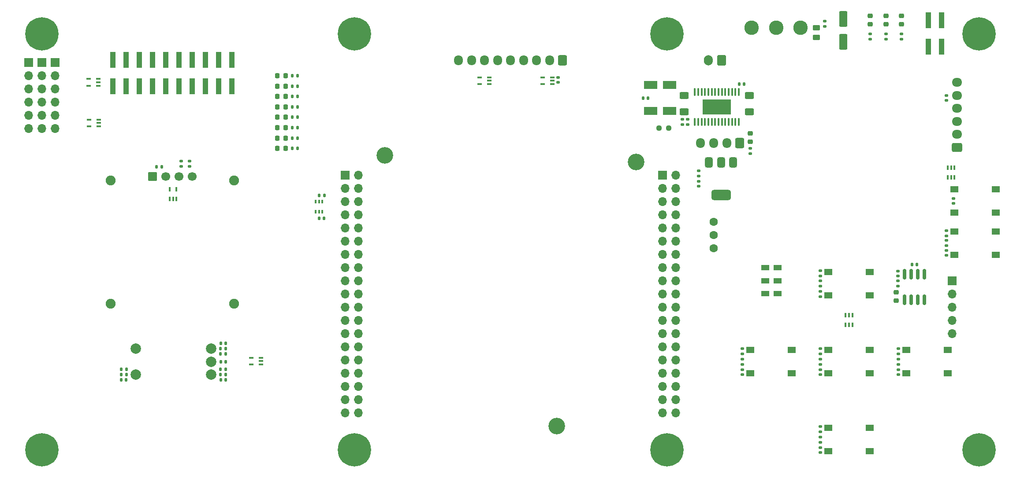
<source format=gbr>
%TF.GenerationSoftware,KiCad,Pcbnew,8.0.0-8.0.0-1~ubuntu22.04.1*%
%TF.CreationDate,2024-03-21T09:18:37+01:00*%
%TF.ProjectId,uC_TP_Boussole_mb,75435f54-505f-4426-9f75-73736f6c655f,rev?*%
%TF.SameCoordinates,Original*%
%TF.FileFunction,Soldermask,Top*%
%TF.FilePolarity,Negative*%
%FSLAX46Y46*%
G04 Gerber Fmt 4.6, Leading zero omitted, Abs format (unit mm)*
G04 Created by KiCad (PCBNEW 8.0.0-8.0.0-1~ubuntu22.04.1) date 2024-03-21 09:18:37*
%MOMM*%
%LPD*%
G01*
G04 APERTURE LIST*
G04 Aperture macros list*
%AMRoundRect*
0 Rectangle with rounded corners*
0 $1 Rounding radius*
0 $2 $3 $4 $5 $6 $7 $8 $9 X,Y pos of 4 corners*
0 Add a 4 corners polygon primitive as box body*
4,1,4,$2,$3,$4,$5,$6,$7,$8,$9,$2,$3,0*
0 Add four circle primitives for the rounded corners*
1,1,$1+$1,$2,$3*
1,1,$1+$1,$4,$5*
1,1,$1+$1,$6,$7*
1,1,$1+$1,$8,$9*
0 Add four rect primitives between the rounded corners*
20,1,$1+$1,$2,$3,$4,$5,0*
20,1,$1+$1,$4,$5,$6,$7,0*
20,1,$1+$1,$6,$7,$8,$9,0*
20,1,$1+$1,$8,$9,$2,$3,0*%
G04 Aperture macros list end*
%ADD10C,1.900000*%
%ADD11RoundRect,0.170000X-0.680000X-0.680000X0.680000X-0.680000X0.680000X0.680000X-0.680000X0.680000X0*%
%ADD12C,1.700000*%
%ADD13RoundRect,0.135000X0.135000X0.185000X-0.135000X0.185000X-0.135000X-0.185000X0.135000X-0.185000X0*%
%ADD14C,6.400000*%
%ADD15RoundRect,0.100000X-0.325000X0.100000X-0.325000X-0.100000X0.325000X-0.100000X0.325000X0.100000X0*%
%ADD16RoundRect,0.140000X0.140000X0.170000X-0.140000X0.170000X-0.140000X-0.170000X0.140000X-0.170000X0*%
%ADD17RoundRect,0.135000X0.185000X-0.135000X0.185000X0.135000X-0.185000X0.135000X-0.185000X-0.135000X0*%
%ADD18RoundRect,0.218750X-0.218750X-0.256250X0.218750X-0.256250X0.218750X0.256250X-0.218750X0.256250X0*%
%ADD19RoundRect,0.140000X0.170000X-0.140000X0.170000X0.140000X-0.170000X0.140000X-0.170000X-0.140000X0*%
%ADD20R,1.550000X1.300000*%
%ADD21RoundRect,0.100000X-0.100000X-0.325000X0.100000X-0.325000X0.100000X0.325000X-0.100000X0.325000X0*%
%ADD22RoundRect,0.250000X0.600000X0.725000X-0.600000X0.725000X-0.600000X-0.725000X0.600000X-0.725000X0*%
%ADD23O,1.700000X1.950000*%
%ADD24RoundRect,0.135000X-0.185000X0.135000X-0.185000X-0.135000X0.185000X-0.135000X0.185000X0.135000X0*%
%ADD25R,1.700000X1.700000*%
%ADD26O,1.700000X1.700000*%
%ADD27RoundRect,0.218750X-0.256250X0.218750X-0.256250X-0.218750X0.256250X-0.218750X0.256250X0.218750X0*%
%ADD28RoundRect,0.218750X0.256250X-0.218750X0.256250X0.218750X-0.256250X0.218750X-0.256250X-0.218750X0*%
%ADD29RoundRect,0.250000X-1.050000X-0.550000X1.050000X-0.550000X1.050000X0.550000X-1.050000X0.550000X0*%
%ADD30RoundRect,0.150000X-0.150000X0.825000X-0.150000X-0.825000X0.150000X-0.825000X0.150000X0.825000X0*%
%ADD31RoundRect,0.100000X0.100000X0.325000X-0.100000X0.325000X-0.100000X-0.325000X0.100000X-0.325000X0*%
%ADD32RoundRect,0.140000X-0.170000X0.140000X-0.170000X-0.140000X0.170000X-0.140000X0.170000X0.140000X0*%
%ADD33R,1.600000X1.000000*%
%ADD34C,2.000000*%
%ADD35C,1.600000*%
%ADD36RoundRect,0.250000X0.600000X0.750000X-0.600000X0.750000X-0.600000X-0.750000X0.600000X-0.750000X0*%
%ADD37O,1.700000X2.000000*%
%ADD38C,3.200000*%
%ADD39RoundRect,0.250000X0.725000X-0.600000X0.725000X0.600000X-0.725000X0.600000X-0.725000X-0.600000X0*%
%ADD40O,1.950000X1.700000*%
%ADD41RoundRect,0.375000X-0.375000X0.625000X-0.375000X-0.625000X0.375000X-0.625000X0.375000X0.625000X0*%
%ADD42RoundRect,0.500000X-1.400000X0.500000X-1.400000X-0.500000X1.400000X-0.500000X1.400000X0.500000X0*%
%ADD43R,1.000000X3.150000*%
%ADD44RoundRect,0.250000X0.625000X-0.400000X0.625000X0.400000X-0.625000X0.400000X-0.625000X-0.400000X0*%
%ADD45RoundRect,0.100000X0.100000X-0.225000X0.100000X0.225000X-0.100000X0.225000X-0.100000X-0.225000X0*%
%ADD46RoundRect,0.250000X-0.450000X0.262500X-0.450000X-0.262500X0.450000X-0.262500X0.450000X0.262500X0*%
%ADD47RoundRect,0.250000X-0.550000X1.250000X-0.550000X-1.250000X0.550000X-1.250000X0.550000X1.250000X0*%
%ADD48RoundRect,0.135000X-0.135000X-0.185000X0.135000X-0.185000X0.135000X0.185000X-0.135000X0.185000X0*%
%ADD49RoundRect,0.237500X0.250000X0.237500X-0.250000X0.237500X-0.250000X-0.237500X0.250000X-0.237500X0*%
%ADD50C,2.775000*%
%ADD51RoundRect,0.140000X-0.140000X-0.170000X0.140000X-0.170000X0.140000X0.170000X-0.140000X0.170000X0*%
%ADD52RoundRect,0.100000X0.100000X-0.637500X0.100000X0.637500X-0.100000X0.637500X-0.100000X-0.637500X0*%
%ADD53R,5.400000X2.850000*%
G04 APERTURE END LIST*
D10*
%TO.C,J801*%
X68150000Y-83150000D03*
X68150000Y-106850000D03*
X91850000Y-83150000D03*
X91850000Y-106850000D03*
D11*
X76190000Y-82370000D03*
D12*
X78730000Y-82370000D03*
X81270000Y-82370000D03*
X83810000Y-82370000D03*
%TD*%
D13*
%TO.C,R507*%
X104110000Y-75000000D03*
X103090000Y-75000000D03*
%TD*%
D14*
%TO.C,H105*%
X235000000Y-135000000D03*
%TD*%
D15*
%TO.C,D501*%
X65800000Y-64925000D03*
X65800000Y-64275000D03*
X65800000Y-63625000D03*
X63950000Y-63625000D03*
X63950000Y-64925000D03*
%TD*%
D16*
%TO.C,C202*%
X171400000Y-67350000D03*
X170440000Y-67350000D03*
%TD*%
D14*
%TO.C,H102*%
X115000000Y-55000000D03*
%TD*%
D17*
%TO.C,R404*%
X220100000Y-56010000D03*
X220100000Y-54990000D03*
%TD*%
D18*
%TO.C,D505*%
X100212500Y-69000000D03*
X101787500Y-69000000D03*
%TD*%
D19*
%TO.C,C403*%
X181100000Y-84280000D03*
X181100000Y-83320000D03*
%TD*%
D20*
%TO.C,SW302*%
X230225000Y-84850000D03*
X238175000Y-84850000D03*
X230225000Y-89350000D03*
X238175000Y-89350000D03*
%TD*%
D21*
%TO.C,D511*%
X210650000Y-109075000D03*
X210000000Y-109075000D03*
X209350000Y-109075000D03*
X209350000Y-110925000D03*
X210000000Y-110925000D03*
X210650000Y-110925000D03*
%TD*%
D22*
%TO.C,J701*%
X155000000Y-60000000D03*
D23*
X152500000Y-60000000D03*
X150000000Y-60000000D03*
X147500000Y-60000000D03*
X145000000Y-60000000D03*
X142500000Y-60000000D03*
X140000000Y-60000000D03*
X137500000Y-60000000D03*
X135000000Y-60000000D03*
%TD*%
D16*
%TO.C,C901*%
X90280000Y-121500000D03*
X89320000Y-121500000D03*
%TD*%
D17*
%TO.C,R802*%
X83300000Y-80410000D03*
X83300000Y-79390000D03*
%TD*%
%TO.C,R402*%
X214100000Y-56010000D03*
X214100000Y-54990000D03*
%TD*%
%TO.C,R512*%
X204510000Y-118510000D03*
X204510000Y-117490000D03*
%TD*%
D24*
%TO.C,R204*%
X191000000Y-76980000D03*
X191000000Y-78000000D03*
%TD*%
D18*
%TO.C,D508*%
X100212500Y-75000000D03*
X101787500Y-75000000D03*
%TD*%
D25*
%TO.C,J502*%
X55000000Y-60500000D03*
D26*
X55000000Y-63040000D03*
X55000000Y-65580000D03*
X55000000Y-68120000D03*
X55000000Y-70660000D03*
X55000000Y-73200000D03*
%TD*%
D27*
%TO.C,D401*%
X214100000Y-51512500D03*
X214100000Y-53087500D03*
%TD*%
D28*
%TO.C,D301*%
X219060000Y-106257500D03*
X219060000Y-104682500D03*
%TD*%
D14*
%TO.C,H104*%
X235000000Y-55000000D03*
%TD*%
D15*
%TO.C,D901*%
X97075000Y-118550000D03*
X97075000Y-117900000D03*
X97075000Y-117250000D03*
X95225000Y-117250000D03*
X95225000Y-118550000D03*
%TD*%
D18*
%TO.C,D507*%
X100212500Y-73000000D03*
X101787500Y-73000000D03*
%TD*%
%TO.C,D509*%
X100212500Y-77000000D03*
X101787500Y-77000000D03*
%TD*%
D29*
%TO.C,C203*%
X171900000Y-64800000D03*
X175500000Y-64800000D03*
%TD*%
D19*
%TO.C,C304*%
X230100000Y-87580000D03*
X230100000Y-86620000D03*
%TD*%
D30*
%TO.C,U301*%
X224465000Y-101175000D03*
X223195000Y-101175000D03*
X221925000Y-101175000D03*
X220655000Y-101175000D03*
X220655000Y-106125000D03*
X221925000Y-106125000D03*
X223195000Y-106125000D03*
X224465000Y-106125000D03*
%TD*%
D31*
%TO.C,D801*%
X79525000Y-86700000D03*
X80175000Y-86700000D03*
X80825000Y-86700000D03*
X80825000Y-84850000D03*
X79525000Y-84850000D03*
%TD*%
D27*
%TO.C,D201*%
X191000000Y-74102500D03*
X191000000Y-75677500D03*
%TD*%
D32*
%TO.C,C503*%
X204480000Y-119520000D03*
X204480000Y-120480000D03*
%TD*%
D33*
%TO.C,SW303*%
X193875000Y-104950000D03*
X193875000Y-102450000D03*
X193875000Y-99950000D03*
X196275000Y-104950000D03*
X196275000Y-102450000D03*
X196275000Y-99950000D03*
%TD*%
D13*
%TO.C,R904*%
X90310000Y-116500000D03*
X89290000Y-116500000D03*
%TD*%
D18*
%TO.C,D506*%
X100212500Y-71000000D03*
X101787500Y-71000000D03*
%TD*%
D17*
%TO.C,R514*%
X204500000Y-101510000D03*
X204500000Y-100490000D03*
%TD*%
D13*
%TO.C,R902*%
X90310000Y-115500000D03*
X89290000Y-115500000D03*
%TD*%
D17*
%TO.C,R301*%
X228710000Y-93790000D03*
X228710000Y-92770000D03*
%TD*%
D16*
%TO.C,C601*%
X109170000Y-90400000D03*
X108210000Y-90400000D03*
%TD*%
D34*
%TO.C,SW901*%
X73000000Y-115500000D03*
X73000000Y-120500000D03*
X87500000Y-118000000D03*
X87500000Y-115500000D03*
X87500000Y-120500000D03*
%TD*%
D27*
%TO.C,D403*%
X220100000Y-51512500D03*
X220100000Y-53087500D03*
%TD*%
D14*
%TO.C,H103*%
X175000000Y-55000000D03*
%TD*%
D35*
%TO.C,U401*%
X184000000Y-91120000D03*
X184000000Y-93660000D03*
X184000000Y-96200000D03*
%TD*%
D24*
%TO.C,R302*%
X228700000Y-94670000D03*
X228700000Y-95690000D03*
%TD*%
D19*
%TO.C,C301*%
X219360000Y-101550000D03*
X219360000Y-100590000D03*
%TD*%
D32*
%TO.C,C305*%
X228700000Y-66820000D03*
X228700000Y-67780000D03*
%TD*%
D25*
%TO.C,J301*%
X229800000Y-102460000D03*
D26*
X229800000Y-105000000D03*
X229800000Y-107540000D03*
X229800000Y-110080000D03*
X229800000Y-112620000D03*
%TD*%
D36*
%TO.C,J401*%
X185500000Y-60000000D03*
D37*
X183000000Y-60000000D03*
%TD*%
D24*
%TO.C,R303*%
X219360000Y-102460000D03*
X219360000Y-103480000D03*
%TD*%
D17*
%TO.C,R510*%
X189500000Y-116510000D03*
X189500000Y-115490000D03*
%TD*%
%TO.C,R515*%
X204500000Y-116510000D03*
X204500000Y-115490000D03*
%TD*%
D16*
%TO.C,C904*%
X90280000Y-118000000D03*
X89320000Y-118000000D03*
%TD*%
D20*
%TO.C,SW502*%
X206025000Y-100750000D03*
X213975000Y-100750000D03*
X206025000Y-105250000D03*
X213975000Y-105250000D03*
%TD*%
D16*
%TO.C,C902*%
X90280000Y-114500000D03*
X89320000Y-114500000D03*
%TD*%
D14*
%TO.C,H101*%
X55000000Y-55000000D03*
%TD*%
D38*
%TO.C,U501*%
X120870000Y-78330000D03*
X153890000Y-130400000D03*
X169130000Y-79600000D03*
D25*
X113250000Y-82140000D03*
D26*
X115790000Y-82140000D03*
X113250000Y-84680000D03*
X115790000Y-84680000D03*
X113250000Y-87220000D03*
X115790000Y-87220000D03*
X113250000Y-89760000D03*
X115790000Y-89760000D03*
X113250000Y-92300000D03*
X115790000Y-92300000D03*
X113250000Y-94840000D03*
X115790000Y-94840000D03*
X113250000Y-97380000D03*
X115790000Y-97380000D03*
X113250000Y-99920000D03*
X115790000Y-99920000D03*
X113250000Y-102460000D03*
X115790000Y-102460000D03*
X113250000Y-105000000D03*
X115790000Y-105000000D03*
X113250000Y-107540000D03*
X115790000Y-107540000D03*
X113250000Y-110080000D03*
X115790000Y-110080000D03*
X113250000Y-112620000D03*
X115790000Y-112620000D03*
X113250000Y-115160000D03*
X115790000Y-115160000D03*
X113250000Y-117700000D03*
X115790000Y-117700000D03*
X113250000Y-120240000D03*
X115790000Y-120240000D03*
X113250000Y-122780000D03*
X115790000Y-122780000D03*
X113250000Y-125320000D03*
X115790000Y-125320000D03*
X113250000Y-127860000D03*
X115790000Y-127860000D03*
D25*
X174210000Y-82150000D03*
D26*
X176750000Y-82150000D03*
X174210000Y-84680000D03*
X176750000Y-84680000D03*
X174210000Y-87220000D03*
X176750000Y-87220000D03*
X174210000Y-89760000D03*
X176750000Y-89760000D03*
X174210000Y-92300000D03*
X176750000Y-92300000D03*
X174210000Y-94840000D03*
X176750000Y-94840000D03*
X174210000Y-97380000D03*
X176750000Y-97380000D03*
X174210000Y-99920000D03*
X176750000Y-99920000D03*
X174210000Y-102460000D03*
X176750000Y-102460000D03*
X174210000Y-105000000D03*
X176750000Y-105000000D03*
X174210000Y-107540000D03*
X176750000Y-107540000D03*
X174210000Y-110080000D03*
X176750000Y-110080000D03*
X174210000Y-112620000D03*
X176750000Y-112620000D03*
X174210000Y-115160000D03*
X176750000Y-115160000D03*
X174210000Y-117700000D03*
X176750000Y-117700000D03*
X174210000Y-120240000D03*
X176750000Y-120240000D03*
X174210000Y-122780000D03*
X176750000Y-122780000D03*
X174210000Y-125320000D03*
X176750000Y-125320000D03*
X174210000Y-127860000D03*
X176750000Y-127860000D03*
%TD*%
D20*
%TO.C,SW504*%
X206025000Y-130750000D03*
X213975000Y-130750000D03*
X206025000Y-135250000D03*
X213975000Y-135250000D03*
%TD*%
%TO.C,SW503*%
X206025000Y-115750000D03*
X213975000Y-115750000D03*
X206025000Y-120250000D03*
X213975000Y-120250000D03*
%TD*%
D14*
%TO.C,H107*%
X115000000Y-135000000D03*
%TD*%
D17*
%TO.C,R509*%
X189500000Y-118510000D03*
X189500000Y-117490000D03*
%TD*%
D39*
%TO.C,J302*%
X230700000Y-76800000D03*
D40*
X230700000Y-74300000D03*
X230700000Y-71800000D03*
X230700000Y-69300000D03*
X230700000Y-66800000D03*
X230700000Y-64300000D03*
%TD*%
D17*
%TO.C,R513*%
X204500000Y-133510000D03*
X204500000Y-132490000D03*
%TD*%
%TO.C,R511*%
X204500000Y-103510000D03*
X204500000Y-102490000D03*
%TD*%
D29*
%TO.C,C201*%
X171900000Y-69800000D03*
X175500000Y-69800000D03*
%TD*%
D13*
%TO.C,R506*%
X104110000Y-73000000D03*
X103090000Y-73000000D03*
%TD*%
D32*
%TO.C,C505*%
X219500000Y-119520000D03*
X219500000Y-120480000D03*
%TD*%
D41*
%TO.C,U402*%
X187700000Y-79650000D03*
X185400000Y-79650000D03*
D42*
X185400000Y-85950000D03*
D41*
X183100000Y-79650000D03*
%TD*%
D25*
%TO.C,J501*%
X52460000Y-60500000D03*
D26*
X52460000Y-63040000D03*
X52460000Y-65580000D03*
X52460000Y-68120000D03*
X52460000Y-70660000D03*
X52460000Y-73200000D03*
%TD*%
D43*
%TO.C,J402*%
X227770000Y-52375000D03*
X227770000Y-57425000D03*
X225230000Y-52375000D03*
X225230000Y-57425000D03*
%TD*%
D13*
%TO.C,R906*%
X71210000Y-120500000D03*
X70190000Y-120500000D03*
%TD*%
D44*
%TO.C,R202*%
X178300000Y-69950000D03*
X178300000Y-66850000D03*
%TD*%
D45*
%TO.C,U601*%
X107535000Y-89140000D03*
X108185000Y-89140000D03*
X108835000Y-89140000D03*
X108835000Y-87240000D03*
X108185000Y-87240000D03*
X107535000Y-87240000D03*
%TD*%
D16*
%TO.C,C302*%
X223040000Y-99350000D03*
X222080000Y-99350000D03*
%TD*%
%TO.C,C206*%
X189880000Y-64600000D03*
X188920000Y-64600000D03*
%TD*%
D27*
%TO.C,D402*%
X217100000Y-51512500D03*
X217100000Y-53087500D03*
%TD*%
D13*
%TO.C,R503*%
X104100000Y-67000000D03*
X103080000Y-67000000D03*
%TD*%
D32*
%TO.C,C404*%
X205320000Y-52520000D03*
X205320000Y-53480000D03*
%TD*%
D18*
%TO.C,D502*%
X100212500Y-63000000D03*
X101787500Y-63000000D03*
%TD*%
D16*
%TO.C,C801*%
X77960000Y-80500000D03*
X77000000Y-80500000D03*
%TD*%
D25*
%TO.C,J503*%
X57540000Y-60500000D03*
D26*
X57540000Y-63040000D03*
X57540000Y-65580000D03*
X57540000Y-68120000D03*
X57540000Y-70660000D03*
X57540000Y-73200000D03*
%TD*%
D18*
%TO.C,D504*%
X100212500Y-67000000D03*
X101787500Y-67000000D03*
%TD*%
%TO.C,D503*%
X100212500Y-65000000D03*
X101787500Y-65000000D03*
%TD*%
D32*
%TO.C,C205*%
X178000000Y-71420000D03*
X178000000Y-72380000D03*
%TD*%
D13*
%TO.C,R505*%
X104110000Y-71000000D03*
X103090000Y-71000000D03*
%TD*%
D46*
%TO.C,R401*%
X203693000Y-53786500D03*
X203693000Y-55611500D03*
%TD*%
D13*
%TO.C,R508*%
X104110000Y-77000000D03*
X103090000Y-77000000D03*
%TD*%
D43*
%TO.C,J504*%
X91430000Y-59950000D03*
X91430000Y-65000000D03*
X88890000Y-59950000D03*
X88890000Y-65000000D03*
X86350000Y-59950000D03*
X86350000Y-65000000D03*
X83810000Y-59950000D03*
X83810000Y-65000000D03*
X81270000Y-59950000D03*
X81270000Y-65000000D03*
X78730000Y-59950000D03*
X78730000Y-65000000D03*
X76190000Y-59950000D03*
X76190000Y-65000000D03*
X73650000Y-59950000D03*
X73650000Y-65000000D03*
X71110000Y-59950000D03*
X71110000Y-65000000D03*
X68570000Y-59950000D03*
X68570000Y-65000000D03*
%TD*%
D32*
%TO.C,C401*%
X181100000Y-81320000D03*
X181100000Y-82280000D03*
%TD*%
D20*
%TO.C,SW505*%
X221025000Y-115750000D03*
X228975000Y-115750000D03*
X221025000Y-120250000D03*
X228975000Y-120250000D03*
%TD*%
D17*
%TO.C,R516*%
X204510000Y-131510000D03*
X204510000Y-130490000D03*
%TD*%
D13*
%TO.C,R504*%
X104100000Y-69000000D03*
X103080000Y-69000000D03*
%TD*%
D32*
%TO.C,C501*%
X189480000Y-119520000D03*
X189480000Y-120480000D03*
%TD*%
D15*
%TO.C,D701*%
X153000000Y-64625000D03*
X153000000Y-63975000D03*
X153000000Y-63325000D03*
X151150000Y-63325000D03*
X151150000Y-64625000D03*
%TD*%
D47*
%TO.C,C402*%
X208900000Y-52118000D03*
X208900000Y-56518000D03*
%TD*%
D48*
%TO.C,R905*%
X70190000Y-119500000D03*
X71210000Y-119500000D03*
%TD*%
D14*
%TO.C,H108*%
X55000000Y-135000000D03*
%TD*%
D32*
%TO.C,C502*%
X204500000Y-104520000D03*
X204500000Y-105480000D03*
%TD*%
D20*
%TO.C,SW301*%
X230225000Y-92950000D03*
X238175000Y-92950000D03*
X230225000Y-97450000D03*
X238175000Y-97450000D03*
%TD*%
D32*
%TO.C,C504*%
X204500000Y-134520000D03*
X204500000Y-135480000D03*
%TD*%
%TO.C,C303*%
X228700000Y-96600000D03*
X228700000Y-97560000D03*
%TD*%
%TO.C,C701*%
X154075000Y-63320000D03*
X154075000Y-64280000D03*
%TD*%
D15*
%TO.C,D510*%
X65900000Y-72750000D03*
X65900000Y-72100000D03*
X65900000Y-71450000D03*
X64050000Y-71450000D03*
X64050000Y-72750000D03*
%TD*%
D49*
%TO.C,R201*%
X175362500Y-73050000D03*
X173537500Y-73050000D03*
%TD*%
D13*
%TO.C,R502*%
X104110000Y-65000000D03*
X103090000Y-65000000D03*
%TD*%
%TO.C,R601*%
X109210000Y-86000000D03*
X108190000Y-86000000D03*
%TD*%
D17*
%TO.C,R801*%
X81700000Y-80410000D03*
X81700000Y-79390000D03*
%TD*%
D13*
%TO.C,R501*%
X104110000Y-63000000D03*
X103090000Y-63000000D03*
%TD*%
D17*
%TO.C,R518*%
X219510000Y-116510000D03*
X219510000Y-115490000D03*
%TD*%
D44*
%TO.C,R203*%
X190900000Y-69950000D03*
X190900000Y-66850000D03*
%TD*%
D50*
%TO.C,SW401*%
X191300000Y-53800000D03*
X196000000Y-53800000D03*
X200700000Y-53800000D03*
%TD*%
D31*
%TO.C,D302*%
X228950000Y-82525000D03*
X229600000Y-82525000D03*
X230250000Y-82525000D03*
X230250000Y-80675000D03*
X229600000Y-80675000D03*
X228950000Y-80675000D03*
%TD*%
D19*
%TO.C,C204*%
X179000000Y-72380000D03*
X179000000Y-71420000D03*
%TD*%
D20*
%TO.C,SW501*%
X191025000Y-115750000D03*
X198975000Y-115750000D03*
X191025000Y-120250000D03*
X198975000Y-120250000D03*
%TD*%
D13*
%TO.C,R901*%
X90310000Y-120500000D03*
X89290000Y-120500000D03*
%TD*%
D51*
%TO.C,C903*%
X70220000Y-121500000D03*
X71180000Y-121500000D03*
%TD*%
D52*
%TO.C,U201*%
X180375000Y-71887500D03*
X181025000Y-71887500D03*
X181675000Y-71887500D03*
X182325000Y-71887500D03*
X182975000Y-71887500D03*
X183625000Y-71887500D03*
X184275000Y-71887500D03*
X184925000Y-71887500D03*
X185575000Y-71887500D03*
X186225000Y-71887500D03*
X186875000Y-71887500D03*
X187525000Y-71887500D03*
X188175000Y-71887500D03*
X188825000Y-71887500D03*
X188825000Y-66162500D03*
X188175000Y-66162500D03*
X187525000Y-66162500D03*
X186875000Y-66162500D03*
X186225000Y-66162500D03*
X185575000Y-66162500D03*
X184925000Y-66162500D03*
X184275000Y-66162500D03*
X183625000Y-66162500D03*
X182975000Y-66162500D03*
X182325000Y-66162500D03*
X181675000Y-66162500D03*
X181025000Y-66162500D03*
X180375000Y-66162500D03*
D53*
X184600000Y-69025000D03*
%TD*%
D13*
%TO.C,R903*%
X90310000Y-119500000D03*
X89290000Y-119500000D03*
%TD*%
D15*
%TO.C,D702*%
X140925000Y-64625000D03*
X140925000Y-63975000D03*
X140925000Y-63325000D03*
X139075000Y-63325000D03*
X139075000Y-64625000D03*
%TD*%
D14*
%TO.C,H106*%
X175000000Y-135000000D03*
%TD*%
D17*
%TO.C,R517*%
X219500000Y-118510000D03*
X219500000Y-117490000D03*
%TD*%
%TO.C,R403*%
X217100000Y-56010000D03*
X217100000Y-54990000D03*
%TD*%
D22*
%TO.C,J201*%
X189000000Y-76000000D03*
D23*
X186500000Y-76000000D03*
X184000000Y-76000000D03*
X181500000Y-76000000D03*
%TD*%
M02*

</source>
